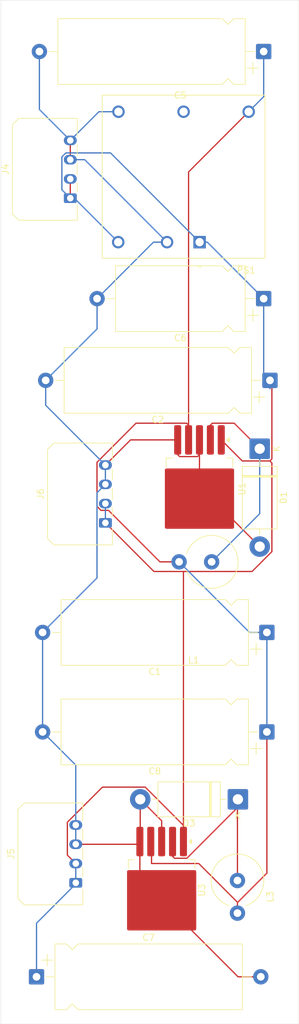
<source format=kicad_pcb>
(kicad_pcb (version 20241229) (generator "pcbnew") (generator_version "9.0")
  (layers (0 "F.Cu" signal) (2 "B.Cu" signal) (13 "F.Paste" user) (15 "B.Paste" user) (5 "F.SilkS" user "F.Silkscreen") (7 "B.SilkS" user "B.Silkscreen") (1 "F.Mask" user) (3 "B.Mask" user) (25 "Edge.Cuts" user))
  (net 0 "")
  (net 1 "GND")
  (net 2 "+5V")
  (net 3 "/Vin")
  (net 4 "Net-(D1-K)")
  (net 5 "Net-(D3-K)")
  (footprint "Capacitor_THT:CP_Axial_L29.0mm_D10.0mm_P35.00mm_Horizontal" (layer "F.Cu") (at 147.48 79.73 180)
    (property "Reference" "C2" (at 17.5 -6.12 0) (layer "F.SilkS"))
    (property "Value" "100uF")
    (fp_line (start 33.56 0) (end 32.12 0) (stroke (width 0.12)) (layer "F.SilkS"))
    (fp_line (start 32.12 -5.12) (end 32.12 5.12) (stroke (width 0.12)) (layer "F.SilkS"))
    (fp_line (start 6.48 5.12) (end 32.12 5.12) (stroke (width 0.12)) (layer "F.SilkS"))
    (fp_line (start 6.48 -5.12) (end 32.12 -5.12) (stroke (width 0.12)) (layer "F.SilkS"))
    (fp_line (start 5.58 4.22) (end 6.48 5.12) (stroke (width 0.12)) (layer "F.SilkS"))
    (fp_line (start 5.58 -4.22) (end 6.48 -5.12) (stroke (width 0.12)) (layer "F.SilkS"))
    (fp_line (start 4.68 5.12) (end 5.58 4.22) (stroke (width 0.12)) (layer "F.SilkS"))
    (fp_line (start 4.68 -5.12) (end 5.58 -4.22) (stroke (width 0.12)) (layer "F.SilkS"))
    (fp_line (start 2.88 5.12) (end 4.68 5.12) (stroke (width 0.12)) (layer "F.SilkS"))
    (fp_line (start 2.88 -5.12) (end 4.68 -5.12) (stroke (width 0.12)) (layer "F.SilkS"))
    (fp_line (start 2.88 -5.12) (end 2.88 5.12) (stroke (width 0.12)) (layer "F.SilkS"))
    (fp_line (start 1.68 -3.5) (end 1.68 -1.7) (stroke (width 0.12)) (layer "F.SilkS"))
    (fp_line (start 1.44 0) (end 2.88 0) (stroke (width 0.12)) (layer "F.SilkS"))
    (fp_line (start 0.78 -2.6) (end 2.58 -2.6) (stroke (width 0.12)) (layer "F.SilkS"))
    (pad "1" thru_hole roundrect (at 0 0 180) (size 2.4 2.4) (drill 1.2) (layers "*.Cu" "*.Mask") (roundrect_rratio 0.104167) (net 3 "/Vin"))
    (pad "2" thru_hole circle (at 35 0 180) (size 2.4 2.4) (drill 1.2) (layers "*.Cu" "*.Mask") (net 1 "GND"))
  )
  (footprint "Inductor_THT:L_Axial_L20.0mm_D8.0mm_P5.08mm_Vertical" (layer "F.Cu") (at 142.405 157.65 -90)
    (property "Reference" "L3" (at 2.54 -5.12 90) (layer "F.SilkS"))
    (property "Value" "330u")
    (fp_arc (start 3.902819 1.32) (mid -4.12 0) (end 3.902819 -1.32) (stroke (width 0.12)) (layer "F.SilkS"))
    (pad "1" thru_hole circle (at 0 0 270) (size 2.4 2.4) (drill 1.2) (layers "*.Cu" "*.Mask") (net 5 "Net-(D3-K)"))
    (pad "2" thru_hole circle (at 5.08 0 270) (size 2.4 2.4) (drill 1.2) (layers "*.Cu" "*.Mask") (net 2 "+5V"))
  )
  (footprint "Diode_THT:D_DO-201AD_P15.24mm_Horizontal" (layer "F.Cu") (at 145.88 90.385 -90)
    (property "Reference" "D1" (at 7.62 -3.72 90) (layer "F.SilkS"))
    (property "Value" "1N5822")
    (fp_line (start 1.84 0) (end 2.75 0) (stroke (width 0.12)) (layer "F.SilkS"))
    (fp_line (start 13.4 0) (end 12.49 0) (stroke (width 0.12)) (layer "F.SilkS"))
    (fp_line (start 4.175 -2.72) (end 4.175 2.72) (stroke (width 0.12)) (layer "F.SilkS"))
    (fp_line (start 4.295 -2.72) (end 4.295 2.72) (stroke (width 0.12)) (layer "F.SilkS"))
    (fp_line (start 4.415 -2.72) (end 4.415 2.72) (stroke (width 0.12)) (layer "F.SilkS"))
    (fp_rect (start 2.75 -2.72) (end 12.49 2.72) (stroke (width 0.12)) (fill no) (layer "F.SilkS"))
    (fp_text user "K" (at 0 -2.6 90) (layer "F.SilkS"))
    (pad "1" thru_hole roundrect (at 0 0 270) (size 3.2 3.2) (drill 1.6) (layers "*.Cu" "*.Mask") (roundrect_rratio 0.078125) (net 4 "Net-(D1-K)"))
    (pad "2" thru_hole circle (at 15.24 0 270) (size 3.2 3.2) (drill 1.6) (layers "*.Cu" "*.Mask") (net 1 "GND"))
  )
  (footprint "Diode_THT:D_DO-201AD_P15.24mm_Horizontal" (layer "F.Cu") (at 142.475 145 180)
    (property "Reference" "D3" (at 7.62 -3.72 0) (layer "F.SilkS"))
    (property "Value" "1N5822")
    (fp_line (start 13.4 0) (end 12.49 0) (stroke (width 0.12)) (layer "F.SilkS"))
    (fp_line (start 4.415 -2.72) (end 4.415 2.72) (stroke (width 0.12)) (layer "F.SilkS"))
    (fp_line (start 4.295 -2.72) (end 4.295 2.72) (stroke (width 0.12)) (layer "F.SilkS"))
    (fp_line (start 4.175 -2.72) (end 4.175 2.72) (stroke (width 0.12)) (layer "F.SilkS"))
    (fp_line (start 1.84 0) (end 2.75 0) (stroke (width 0.12)) (layer "F.SilkS"))
    (fp_rect (start 2.75 -2.72) (end 12.49 2.72) (stroke (width 0.12)) (fill no) (layer "F.SilkS"))
    (fp_text user "K" (at 0 -2.6 0) (layer "F.SilkS"))
    (pad "1" thru_hole roundrect (at 0 0 180) (size 3.2 3.2) (drill 1.6) (layers "*.Cu" "*.Mask") (roundrect_rratio 0.078125) (net 5 "Net-(D3-K)"))
    (pad "2" thru_hole circle (at 15.24 0 180) (size 3.2 3.2) (drill 1.6) (layers "*.Cu" "*.Mask") (net 1 "GND"))
  )
  (footprint "Capacitor_THT:CP_Axial_L29.0mm_D10.0mm_P35.00mm_Horizontal" (layer "F.Cu") (at 111.05 172.65)
    (property "Reference" "C7" (at 17.5 -6.12 0) (layer "F.SilkS"))
    (property "Value" "100uF")
    (fp_line (start 0.78 -2.6) (end 2.58 -2.6) (stroke (width 0.12)) (layer "F.SilkS"))
    (fp_line (start 1.44 0) (end 2.88 0) (stroke (width 0.12)) (layer "F.SilkS"))
    (fp_line (start 1.68 -3.5) (end 1.68 -1.7) (stroke (width 0.12)) (layer "F.SilkS"))
    (fp_line (start 2.88 -5.12) (end 2.88 5.12) (stroke (width 0.12)) (layer "F.SilkS"))
    (fp_line (start 2.88 -5.12) (end 4.68 -5.12) (stroke (width 0.12)) (layer "F.SilkS"))
    (fp_line (start 2.88 5.12) (end 4.68 5.12) (stroke (width 0.12)) (layer "F.SilkS"))
    (fp_line (start 4.68 -5.12) (end 5.58 -4.22) (stroke (width 0.12)) (layer "F.SilkS"))
    (fp_line (start 4.68 5.12) (end 5.58 4.22) (stroke (width 0.12)) (layer "F.SilkS"))
    (fp_line (start 5.58 -4.22) (end 6.48 -5.12) (stroke (width 0.12)) (layer "F.SilkS"))
    (fp_line (start 5.58 4.22) (end 6.48 5.12) (stroke (width 0.12)) (layer "F.SilkS"))
    (fp_line (start 6.48 -5.12) (end 32.12 -5.12) (stroke (width 0.12)) (layer "F.SilkS"))
    (fp_line (start 6.48 5.12) (end 32.12 5.12) (stroke (width 0.12)) (layer "F.SilkS"))
    (fp_line (start 32.12 -5.12) (end 32.12 5.12) (stroke (width 0.12)) (layer "F.SilkS"))
    (fp_line (start 33.56 0) (end 32.12 0) (stroke (width 0.12)) (layer "F.SilkS"))
    (pad "1" thru_hole roundrect (at 0 0) (size 2.4 2.4) (drill 1.2) (layers "*.Cu" "*.Mask") (roundrect_rratio 0.104167) (net 3 "/Vin"))
    (pad "2" thru_hole circle (at 35 0) (size 2.4 2.4) (drill 1.2) (layers "*.Cu" "*.Mask") (net 1 "GND"))
  )
  (footprint "Capacitor_THT:CP_Axial_L29.0mm_D10.0mm_P35.00mm_Horizontal" (layer "F.Cu") (at 147 134.5 180)
    (property "Reference" "C8" (at 17.5 -6.12 0) (layer "F.SilkS"))
    (property "Value" "330uF")
    (fp_line (start 33.56 0) (end 32.12 0) (stroke (width 0.12)) (layer "F.SilkS"))
    (fp_line (start 32.12 -5.12) (end 32.12 5.12) (stroke (width 0.12)) (layer "F.SilkS"))
    (fp_line (start 6.48 5.12) (end 32.12 5.12) (stroke (width 0.12)) (layer "F.SilkS"))
    (fp_line (start 6.48 -5.12) (end 32.12 -5.12) (stroke (width 0.12)) (layer "F.SilkS"))
    (fp_line (start 5.58 4.22) (end 6.48 5.12) (stroke (width 0.12)) (layer "F.SilkS"))
    (fp_line (start 5.58 -4.22) (end 6.48 -5.12) (stroke (width 0.12)) (layer "F.SilkS"))
    (fp_line (start 4.68 5.12) (end 5.58 4.22) (stroke (width 0.12)) (layer "F.SilkS"))
    (fp_line (start 4.68 -5.12) (end 5.58 -4.22) (stroke (width 0.12)) (layer "F.SilkS"))
    (fp_line (start 2.88 5.12) (end 4.68 5.12) (stroke (width 0.12)) (layer "F.SilkS"))
    (fp_line (start 2.88 -5.12) (end 4.68 -5.12) (stroke (width 0.12)) (layer "F.SilkS"))
    (fp_line (start 2.88 -5.12) (end 2.88 5.12) (stroke (width 0.12)) (layer "F.SilkS"))
    (fp_line (start 1.68 -3.5) (end 1.68 -1.7) (stroke (width 0.12)) (layer "F.SilkS"))
    (fp_line (start 1.44 0) (end 2.88 0) (stroke (width 0.12)) (layer "F.SilkS"))
    (fp_line (start 0.78 -2.6) (end 2.58 -2.6) (stroke (width 0.12)) (layer "F.SilkS"))
    (pad "1" thru_hole roundrect (at 0 0 180) (size 2.4 2.4) (drill 1.2) (layers "*.Cu" "*.Mask") (roundrect_rratio 0.104167) (net 2 "+5V"))
    (pad "2" thru_hole circle (at 35 0 180) (size 2.4 2.4) (drill 1.2) (layers "*.Cu" "*.Mask") (net 1 "GND"))
  )
  (footprint "customdcdc:CONV_SKMW30F-05" (layer "F.Cu") (at 134 48 180)
    (property "Reference" "PS1" (at -9.775 -14.585 0) (layer "F.SilkS"))
    (property "Value" "SKMW30F-05")
    (fp_line (start 12.7 12.7) (end 12.7 -12.7) (stroke (width 0.127)) (layer "F.SilkS"))
    (fp_line (start 12.7 -12.7) (end -12.7 -12.7) (stroke (width 0.127)) (layer "F.SilkS"))
    (fp_line (start -12.7 12.7) (end 12.7 12.7) (stroke (width 0.127)) (layer "F.SilkS"))
    (fp_line (start -12.7 -12.7) (end -12.7 12.7) (stroke (width 0.127)) (layer "F.SilkS"))
    (fp_circle (center -2.5 -14) (end -2.4 -14) (stroke (width 0.2)) (fill no) (layer "F.SilkS"))
    (pad "1" thru_hole rect (at -2.5 -10.2 180) (size 1.95 1.95) (drill 1.3) (layers "*.Cu" "*.Mask") (net 3 "/Vin"))
    (pad "2" thru_hole circle (at 2.58 -10.2 180) (size 1.95 1.95) (drill 1.3) (layers "*.Cu" "*.Mask") (net 1 "GND"))
    (pad "3" thru_hole circle (at -10.16 10.12 180) (size 1.95 1.95) (drill 1.3) (layers "*.Cu" "*.Mask") (net 2 "+5V"))
    (pad "4" thru_hole circle (at 0 10.12 180) (size 1.95 1.95) (drill 1.3) (layers "*.Cu" "*.Mask"))
    (pad "5" thru_hole circle (at 10.16 10.12 180) (size 1.95 1.95) (drill 1.3) (layers "*.Cu" "*.Mask") (net 1 "GND"))
    (pad "6" thru_hole circle (at 10.2 -10.2 180) (size 1.95 1.95) (drill 1.3) (layers "*.Cu" "*.Mask") (net 3 "/Vin"))
  )
  (footprint "customdcdc:Molex_Micro-Fit_3.0_43650-0400_1x04_P3.00mm_Horizontal" (layer "F.Cu") (at 117.175 158.005 90)
    (property "Reference" "J5" (at 4.5 -10.12 90) (layer "F.SilkS"))
    (property "Value" "Conn_01x04_Pin")
    (fp_line (start 11.435 -9.03) (end 12.435 -8.03) (stroke (width 0.12)) (layer "F.SilkS"))
    (fp_line (start -2.435 -9.03) (end 11.435 -9.03) (stroke (width 0.12)) (layer "F.SilkS"))
    (fp_line (start 12.435 -8.03) (end 12.435 1.09) (stroke (width 0.12)) (layer "F.SilkS"))
    (fp_line (start -3.435 -8.03) (end -2.435 -9.03) (stroke (width 0.12)) (layer "F.SilkS"))
    (fp_line (start 12.435 1.09) (end 9.651767 1.09) (stroke (width 0.12)) (layer "F.SilkS"))
    (fp_line (start 6.651767 1.09) (end 8.348233 1.09) (stroke (width 0.12)) (layer "F.SilkS"))
    (fp_line (start 3.651767 1.09) (end 5.348233 1.09) (stroke (width 0.12)) (layer "F.SilkS"))
    (fp_line (start 1.01 1.09) (end 2.348233 1.09) (stroke (width 0.12)) (layer "F.SilkS"))
    (fp_line (start -3.435 1.09) (end -3.435 -8.03) (stroke (width 0.12)) (layer "F.SilkS"))
    (fp_line (start -3.435 1.09) (end -1.01 1.09) (stroke (width 0.12)) (layer "F.SilkS"))
    (pad "" np_thru_hole circle (at 2.15 -4.32 90) (size 3 3) (drill 3) (layers "*.Cu" "*.Mask"))
    (pad "" np_thru_hole circle (at 6.85 -4.32 90) (size 3 3) (drill 3) (layers "*.Cu" "*.Mask"))
    (pad "1" thru_hole roundrect (at 0 0 90) (size 1.5 2.02) (drill 1.02) (layers "*.Cu" "*.Mask") (roundrect_rratio 0.166667) (net 3 "/Vin"))
    (pad "2" thru_hole oval (at 3 0 90) (size 1.5 2.02) (drill 1.02) (layers "*.Cu" "*.Mask") (net 3 "/Vin"))
    (pad "3" thru_hole oval (at 6 0 90) (size 1.5 2.02) (drill 1.02) (layers "*.Cu" "*.Mask") (net 1 "GND"))
    (pad "4" thru_hole oval (at 9 0 90) (size 1.5 2.02) (drill 1.02) (layers "*.Cu" "*.Mask") (net 1 "GND"))
  )
  (footprint "Package_TO_SOT_SMD:TO-263-5_TabPin3" (layer "F.Cu") (at 136.48 96.655 -90)
    (property "Reference" "U1" (at 0 -6.65 90) (layer "F.SilkS"))
    (property "Value" "LM2576HVS-5")
    (fp_line (start -4.825 5.2) (end -4.825 4.25) (stroke (width 0.12)) (layer "F.SilkS"))
    (fp_line (start -3.46 5.2) (end -4.825 5.2) (stroke (width 0.12)) (layer "F.SilkS"))
    (fp_line (start -4.825 -5.2) (end -4.825 -4.25) (stroke (width 0.12)) (layer "F.SilkS"))
    (fp_line (start -3.46 -5.2) (end -4.825 -5.2) (stroke (width 0.12)) (layer "F.SilkS"))
    (fp_poly (pts (xy -7.65 -4.21) (xy -7.99 -4.68) (xy -7.31 -4.68)) (stroke (width 0.12)) (fill yes) (layer "F.SilkS"))
    (pad "1" smd roundrect (at -7.65 -3.4 270) (size 4.6 1.1) (layers "F.Cu" "F.Mask" "F.Paste") (roundrect_rratio 0.227273) (net 3 "/Vin"))
    (pad "2" smd roundrect (at -7.65 -1.7 270) (size 4.6 1.1) (layers "F.Cu" "F.Mask" "F.Paste") (roundrect_rratio 0.227273) (net 4 "Net-(D1-K)"))
    (pad "3" smd roundrect (at -7.65 0 270) (size 4.6 1.1) (layers "F.Cu" "F.Mask" "F.Paste") (roundrect_rratio 0.227273) (net 1 "GND"))
    (pad "3" smd roundrect (at 1.5 0 270) (size 9.4 10.8) (layers "F.Cu" "F.Mask") (roundrect_rratio 0.026596) (net 1 "GND"))
    (pad "4" smd roundrect (at -7.65 1.7 270) (size 4.6 1.1) (layers "F.Cu" "F.Mask" "F.Paste") (roundrect_rratio 0.227273) (net 2 "+5V"))
    (pad "5" smd roundrect (at -7.65 3.4 270) (size 4.6 1.1) (layers "F.Cu" "F.Mask" "F.Paste") (roundrect_rratio 0.227273) (net 1 "GND"))
  )
  (footprint "Package_TO_SOT_SMD:TO-263-5_TabPin3" (layer "F.Cu") (at 130.58 159.23 -90)
    (property "Reference" "U3" (at -0.08 -6.275 90) (layer "F.SilkS"))
    (property "Value" "LM2576HVS-5")
    (fp_line (start -4.825 5.2) (end -4.825 4.25) (stroke (width 0.12)) (layer "F.SilkS"))
    (fp_line (start -3.46 5.2) (end -4.825 5.2) (stroke (width 0.12)) (layer "F.SilkS"))
    (fp_line (start -4.825 -5.2) (end -4.825 -4.25) (stroke (width 0.12)) (layer "F.SilkS"))
    (fp_line (start -3.46 -5.2) (end -4.825 -5.2) (stroke (width 0.12)) (layer "F.SilkS"))
    (fp_poly (pts (xy -7.65 -4.21) (xy -7.99 -4.68) (xy -7.31 -4.68)) (stroke (width 0.12)) (fill yes) (layer "F.SilkS"))
    (pad "1" smd roundrect (at -7.65 -3.4 270) (size 4.6 1.1) (layers "F.Cu" "F.Mask" "F.Paste") (roundrect_rratio 0.227273) (net 3 "/Vin"))
    (pad "2" smd roundrect (at -7.65 -1.7 270) (size 4.6 1.1) (layers "F.Cu" "F.Mask" "F.Paste") (roundrect_rratio 0.227273) (net 5 "Net-(D3-K)"))
    (pad "3" smd roundrect (at -7.65 0 270) (size 4.6 1.1) (layers "F.Cu" "F.Mask" "F.Paste") (roundrect_rratio 0.227273) (net 1 "GND"))
    (pad "3" smd roundrect (at 1.5 0 270) (size 9.4 10.8) (layers "F.Cu" "F.Mask") (roundrect_rratio 0.026596) (net 1 "GND"))
    (pad "4" smd roundrect (at -7.65 1.7 270) (size 4.6 1.1) (layers "F.Cu" "F.Mask" "F.Paste") (roundrect_rratio 0.227273) (net 2 "+5V"))
    (pad "5" smd roundrect (at -7.65 3.4 270) (size 4.6 1.1) (layers "F.Cu" "F.Mask" "F.Paste") (roundrect_rratio 0.227273) (net 1 "GND"))
  )
  (footprint "Inductor_THT:L_Axial_L20.0mm_D8.0mm_P5.08mm_Vertical" (layer "F.Cu") (at 138.38 108.005 180)
    (property "Reference" "L1" (at 2.81 -15.33 180) (layer "F.SilkS"))
    (property "Value" "330u")
    (fp_arc (start 3.902819 1.32) (mid -4.12 0) (end 3.902819 -1.32) (stroke (width 0.12)) (layer "F.SilkS"))
    (pad "1" thru_hole circle (at 0 0 180) (size 2.4 2.4) (drill 1.2) (layers "*.Cu" "*.Mask") (net 4 "Net-(D1-K)"))
    (pad "2" thru_hole circle (at 5.08 0 180) (size 2.4 2.4) (drill 1.2) (layers "*.Cu" "*.Mask") (net 2 "+5V"))
  )
  (footprint "Capacitor_THT:CP_Axial_L20.0mm_D10.0mm_P26.00mm_Horizontal" (layer "F.Cu") (at 146.5 67 180)
    (property "Reference" "C6" (at 13 -6.12 0) (layer "F.SilkS"))
    (property "Value" "680uF")
    (fp_line (start 24.56 0) (end 23.12 0) (stroke (width 0.12)) (layer "F.SilkS"))
    (fp_line (start 23.12 -5.12) (end 23.12 5.12) (stroke (width 0.12)) (layer "F.SilkS"))
    (fp_line (start 6.48 5.12) (end 23.12 5.12) (stroke (width 0.12)) (layer "F.SilkS"))
    (fp_line (start 6.48 -5.12) (end 23.12 -5.12) (stroke (width 0.12)) (layer "F.SilkS"))
    (fp_line (start 5.58 4.22) (end 6.48 5.12) (stroke (width 0.12)) (layer "F.SilkS"))
    (fp_line (start 5.58 -4.22) (end 6.48 -5.12) (stroke (width 0.12)) (layer "F.SilkS"))
    (fp_line (start 4.68 5.12) (end 5.58 4.22) (stroke (width 0.12)) (layer "F.SilkS"))
    (fp_line (start 4.68 -5.12) (end 5.58 -4.22) (stroke (width 0.12)) (layer "F.SilkS"))
    (fp_line (start 2.88 5.12) (end 4.68 5.12) (stroke (width 0.12)) (layer "F.SilkS"))
    (fp_line (start 2.88 -5.12) (end 4.68 -5.12) (stroke (width 0.12)) (layer "F.SilkS"))
    (fp_line (start 2.88 -5.12) (end 2.88 5.12) (stroke (width 0.12)) (layer "F.SilkS"))
    (fp_line (start 1.68 -3.5) (end 1.68 -1.7) (stroke (width 0.12)) (layer "F.SilkS"))
    (fp_line (start 1.44 0) (end 2.88 0) (stroke (width 0.12)) (layer "F.SilkS"))
    (fp_line (start 0.78 -2.6) (end 2.58 -2.6) (stroke (width 0.12)) (layer "F.SilkS"))
    (pad "1" thru_hole roundrect (at 0 0 180) (size 2.4 2.4) (drill 1.2) (layers "*.Cu" "*.Mask") (roundrect_rratio 0.104167) (net 3 "/Vin"))
    (pad "2" thru_hole circle (at 26 0 180) (size 2.4 2.4) (drill 1.2) (layers "*.Cu" "*.Mask") (net 1 "GND"))
  )
  (footprint "customdcdc:Molex_Micro-Fit_3.0_43650-0400_1x04_P3.00mm_Horizontal" (layer "F.Cu") (at 121.8 101.93 90)
    (property "Reference" "J6" (at 4.5 -10.12 90) (layer "F.SilkS"))
    (property "Value" "Conn_01x04_Pin")
    (fp_line (start 11.435 -9.03) (end 12.435 -8.03) (stroke (width 0.12)) (layer "F.SilkS"))
    (fp_line (start -2.435 -9.03) (end 11.435 -9.03) (stroke (width 0.12)) (layer "F.SilkS"))
    (fp_line (start 12.435 -8.03) (end 12.435 1.09) (stroke (width 0.12)) (layer "F.SilkS"))
    (fp_line (start -3.435 -8.03) (end -2.435 -9.03) (stroke (width 0.12)) (layer "F.SilkS"))
    (fp_line (start 12.435 1.09) (end 9.651767 1.09) (stroke (width 0.12)) (layer "F.SilkS"))
    (fp_line (start 6.651767 1.09) (end 8.348233 1.09) (stroke (width 0.12)) (layer "F.SilkS"))
    (fp_line (start 3.651767 1.09) (end 5.348233 1.09) (stroke (width 0.12)) (layer "F.SilkS"))
    (fp_line (start 1.01 1.09) (end 2.348233 1.09) (stroke (width 0.12)) (layer "F.SilkS"))
    (fp_line (start -3.435 1.09) (end -3.435 -8.03) (stroke (width 0.12)) (layer "F.SilkS"))
    (fp_line (start -3.435 1.09) (end -1.01 1.09) (stroke (width 0.12)) (layer "F.SilkS"))
    (pad "" np_thru_hole circle (at 2.15 -4.32 90) (size 3 3) (drill 3) (layers "*.Cu" "*.Mask"))
    (pad "" np_thru_hole circle (at 6.85 -4.32 90) (size 3 3) (drill 3) (layers "*.Cu" "*.Mask"))
    (pad "1" thru_hole roundrect (at 0 0 90) (size 1.5 2.02) (drill 1.02) (layers "*.Cu" "*.Mask") (roundrect_rratio 0.166667) (net 3 "/Vin"))
    (pad "2" thru_hole oval (at 3 0 90) (size 1.5 2.02) (drill 1.02) (layers "*.Cu" "*.Mask") (net 3 "/Vin"))
    (pad "3" thru_hole oval (at 6 0 90) (size 1.5 2.02) (drill 1.02) (layers "*.Cu" "*.Mask") (net 1 "GND"))
    (pad "4" thru_hole oval (at 9 0 90) (size 1.5 2.02) (drill 1.02) (layers "*.Cu" "*.Mask") (net 1 "GND"))
  )
  (footprint "Capacitor_THT:CP_Axial_L29.0mm_D10.0mm_P35.00mm_Horizontal" (layer "F.Cu") (at 147 119 180)
    (property "Reference" "C1" (at 17.5 -6.12 0) (layer "F.SilkS"))
    (property "Value" "330uF")
    (fp_line (start 33.56 0) (end 32.12 0) (stroke (width 0.12)) (layer "F.SilkS"))
    (fp_line (start 32.12 -5.12) (end 32.12 5.12) (stroke (width 0.12)) (layer "F.SilkS"))
    (fp_line (start 6.48 5.12) (end 32.12 5.12) (stroke (width 0.12)) (layer "F.SilkS"))
    (fp_line (start 6.48 -5.12) (end 32.12 -5.12) (stroke (width 0.12)) (layer "F.SilkS"))
    (fp_line (start 5.58 4.22) (end 6.48 5.12) (stroke (width 0.12)) (layer "F.SilkS"))
    (fp_line (start 5.58 -4.22) (end 6.48 -5.12) (stroke (width 0.12)) (layer "F.SilkS"))
    (fp_line (start 4.68 5.12) (end 5.58 4.22) (stroke (width 0.12)) (layer "F.SilkS"))
    (fp_line (start 4.68 -5.12) (end 5.58 -4.22) (stroke (width 0.12)) (layer "F.SilkS"))
    (fp_line (start 2.88 5.12) (end 4.68 5.12) (stroke (width 0.12)) (layer "F.SilkS"))
    (fp_line (start 2.88 -5.12) (end 4.68 -5.12) (stroke (width 0.12)) (layer "F.SilkS"))
    (fp_line (start 2.88 -5.12) (end 2.88 5.12) (stroke (width 0.12)) (layer "F.SilkS"))
    (fp_line (start 1.68 -3.5) (end 1.68 -1.7) (stroke (width 0.12)) (layer "F.SilkS"))
    (fp_line (start 1.44 0) (end 2.88 0) (stroke (width 0.12)) (layer "F.SilkS"))
    (fp_line (start 0.78 -2.6) (end 2.58 -2.6) (stroke (width 0.12)) (layer "F.SilkS"))
    (pad "1" thru_hole roundrect (at 0 0 180) (size 2.4 2.4) (drill 1.2) (layers "*.Cu" "*.Mask") (roundrect_rratio 0.104167) (net 2 "+5V"))
    (pad "2" thru_hole circle (at 35 0 180) (size 2.4 2.4) (drill 1.2) (layers "*.Cu" "*.Mask") (net 1 "GND"))
  )
  (footprint "customdcdc:Molex_Micro-Fit_3.0_43650-0400_1x04_P3.00mm_Horizontal" (layer "F.Cu") (at 116.32 51.35 90)
    (property "Reference" "J4" (at 4.5 -10.12 90) (layer "F.SilkS"))
    (property "Value" "Conn_01x04_Pin")
    (fp_line (start 11.435 -9.03) (end 12.435 -8.03) (stroke (width 0.12)) (layer "F.SilkS"))
    (fp_line (start -2.435 -9.03) (end 11.435 -9.03) (stroke (width 0.12)) (layer "F.SilkS"))
    (fp_line (start 12.435 -8.03) (end 12.435 1.09) (stroke (width 0.12)) (layer "F.SilkS"))
    (fp_line (start -3.435 -8.03) (end -2.435 -9.03) (stroke (width 0.12)) (layer "F.SilkS"))
    (fp_line (start 12.435 1.09) (end 9.651767 1.09) (stroke (width 0.12)) (layer "F.SilkS"))
    (fp_line (start 6.651767 1.09) (end 8.348233 1.09) (stroke (width 0.12)) (layer "F.SilkS"))
    (fp_line (start 3.651767 1.09) (end 5.348233 1.09) (stroke (width 0.12)) (layer "F.SilkS"))
    (fp_line (start 1.01 1.09) (end 2.348233 1.09) (stroke (width 0.12)) (layer "F.SilkS"))
    (fp_line (start -3.435 1.09) (end -3.435 -8.03) (stroke (width 0.12)) (layer "F.SilkS"))
    (fp_line (start -3.435 1.09) (end -1.01 1.09) (stroke (width 0.12)) (layer "F.SilkS"))
    (pad "" np_thru_hole circle (at 2.15 -4.32 90) (size 3 3) (drill 3) (layers "*.Cu" "*.Mask"))
    (pad "" np_thru_hole circle (at 6.85 -4.32 90) (size 3 3) (drill 3) (layers "*.Cu" "*.Mask"))
    (pad "1" thru_hole roundrect (at 0 0 90) (size 1.5 2.02) (drill 1.02) (layers "*.Cu" "*.Mask") (roundrect_rratio 0.166667) (net 3 "/Vin"))
    (pad "2" thru_hole oval (at 3 0 90) (size 1.5 2.02) (drill 1.02) (layers "*.Cu" "*.Mask") (net 3 "/Vin"))
    (pad "3" thru_hole oval (at 6 0 90) (size 1.5 2.02) (drill 1.02) (layers "*.Cu" "*.Mask") (net 1 "GND"))
    (pad "4" thru_hole oval (at 9 0 90) (size 1.5 2.02) (drill 1.02) (layers "*.Cu" "*.Mask") (net 1 "GND"))
  )
  (footprint "Capacitor_THT:CP_Axial_L29.0mm_D10.0mm_P35.00mm_Horizontal" (layer "F.Cu") (at 146.5 28.5 180)
    (property "Reference" "C5" (at 13 -6.82 0) (layer "F.SilkS"))
    (property "Value" "220uF")
    (fp_line (start 33.56 0) (end 32.12 0) (stroke (width 0.12)) (layer "F.SilkS"))
    (fp_line (start 32.12 -5.12) (end 32.12 5.12) (stroke (width 0.12)) (layer "F.SilkS"))
    (fp_line (start 6.48 5.12) (end 32.12 5.12) (stroke (width 0.12)) (layer "F.SilkS"))
    (fp_line (start 6.48 -5.12) (end 32.12 -5.12) (stroke (width 0.12)) (layer "F.SilkS"))
    (fp_line (start 5.58 4.22) (end 6.48 5.12) (stroke (width 0.12)) (layer "F.SilkS"))
    (fp_line (start 5.58 -4.22) (end 6.48 -5.12) (stroke (width 0.12)) (layer "F.SilkS"))
    (fp_line (start 4.68 5.12) (end 5.58 4.22) (stroke (width 0.12)) (layer "F.SilkS"))
    (fp_line (start 4.68 -5.12) (end 5.58 -4.22) (stroke (width 0.12)) (layer "F.SilkS"))
    (fp_line (start 2.88 5.12) (end 4.68 5.12) (stroke (width 0.12)) (layer "F.SilkS"))
    (fp_line (start 2.88 -5.12) (end 4.68 -5.12) (stroke (width 0.12)) (layer "F.SilkS"))
    (fp_line (start 2.88 -5.12) (end 2.88 5.12) (stroke (width 0.12)) (layer "F.SilkS"))
    (fp_line (start 1.68 -3.5) (end 1.68 -1.7) (stroke (width 0.12)) (layer "F.SilkS"))
    (fp_line (start 1.44 0) (end 2.88 0) (stroke (width 0.12)) (layer "F.SilkS"))
    (fp_line (start 0.78 -2.6) (end 2.58 -2.6) (stroke (width 0.12)) (layer "F.SilkS"))
    (pad "1" thru_hole roundrect (at 0 0 180) (size 2.4 2.4) (drill 1.2) (layers "*.Cu" "*.Mask") (roundrect_rratio 0.104167) (net 2 "+5V"))
    (pad "2" thru_hole circle (at 35 0 180) (size 2.4 2.4) (drill 1.2) (layers "*.Cu" "*.Mask") (net 1 "GND"))
  )
  (gr_rect (start 105.5 20.5) (end 152 180) (stroke (width 0.05)) (fill no) (layer "Edge.Cuts"))
  (segment (start 127.235 145) (end 130.58 148.345) (width 0.2) (layer "F.Cu") (net 1))
  (segment (start 130.58 148.345) (end 130.58 151.58) (width 0.2) (layer "F.Cu") (net 1))
  (segment (start 117.175 152.005) (end 126.755 152.005) (width 0.2) (layer "F.Cu") (net 1))
  (segment (start 126.755 152.005) (end 127.18 151.58) (width 0.2) (layer "F.Cu") (net 1))
  (segment (start 127.18 157.33) (end 130.58 160.73) (width 0.2) (layer "F.Cu") (net 1))
  (segment (start 133.08 91.305) (end 133.08 89.005) (width 0.2) (layer "F.Cu") (net 1))
  (segment (start 116.32 45.35) (end 116.32 42.35) (width 0.2) (layer "F.Cu") (net 1))
  (segment (start 138.41 98.155) (end 136.48 98.155) (width 0.2) (layer "F.Cu") (net 1))
  (segment (start 136.48 89.005) (end 136.48 98.155) (width 0.2) (layer "F.Cu") (net 1))
  (segment (start 133.381 91.606) (end 133.08 91.305) (width 0.2) (layer "F.Cu") (net 1))
  (segment (start 127.18 151.58) (end 127.18 151.32) (width 0.2) (layer "F.Cu") (net 1))
  (segment (start 127.235 151.265) (end 127.235 145) (width 0.2) (layer "F.Cu") (net 1))
  (segment (start 146.05 172.65) (end 142.5 172.65) (width 0.2) (layer "F.Cu") (net 1))
  (segment (start 125.725 89.005) (end 121.8 92.93) (width 0.2) (layer "F.Cu") (net 1))
  (segment (start 136.179 91.606) (end 133.381 91.606) (width 0.2) (layer "F.Cu") (net 1))
  (segment (start 133.08 89.005) (end 125.725 89.005) (width 0.2) (layer "F.Cu") (net 1))
  (segment (start 136.48 89.005) (end 136.48 91.305) (width 0.2) (layer "F.Cu") (net 1))
  (segment (start 145.88 105.625) (end 138.41 98.155) (width 0.2) (layer "F.Cu") (net 1))
  (segment (start 127.18 151.58) (end 127.18 157.33) (width 0.2) (layer "F.Cu") (net 1))
  (segment (start 136.48 91.305) (end 136.179 91.606) (width 0.2) (layer "F.Cu") (net 1))
  (segment (start 142.5 172.65) (end 130.58 160.73) (width 0.2) (layer "F.Cu") (net 1))
  (segment (start 127.18 151.32) (end 127.235 151.265) (width 0.2) (layer "F.Cu") (net 1))
  (segment (start 121.8 95.93) (end 121.8 92.93) (width 0.2) (layer "B.Cu") (net 1))
  (segment (start 129.3 58.2) (end 131.42 58.2) (width 0.2) (layer "B.Cu") (net 1))
  (segment (start 120.79 37.88) (end 116.32 42.35) (width 0.2) (layer "B.Cu") (net 1))
  (segment (start 112.48 79.73) (end 112.48 83.61) (width 0.2) (layer "B.Cu") (net 1))
  (segment (start 131.42 58.2) (end 118.57 45.35) (width 0.2) (layer "B.Cu") (net 1))
  (segment (start 111.5 28.5) (end 111.5 37.53) (width 0.2) (layer "B.Cu") (net 1))
  (segment (start 117.175 139.675) (end 117.175 149.005) (width 0.2) (layer "B.Cu") (net 1))
  (segment (start 111.5 37.53) (end 116.32 42.35) (width 0.2) (layer "B.Cu") (net 1))
  (segment (start 112.48 83.61) (end 121.8 92.93) (width 0.2) (layer "B.Cu") (net 1))
  (segment (start 118.57 45.35) (end 116.32 45.35) (width 0.2) (layer "B.Cu") (net 1))
  (segment (start 123.84 37.88) (end 120.79 37.88) (width 0.2) (layer "B.Cu") (net 1))
  (segment (start 112 119) (end 120.489 110.511) (width 0.2) (layer "B.Cu") (net 1))
  (segment (start 112 119) (end 112 134) (width 0.2) (layer "B.Cu") (net 1))
  (segment (start 120.5 67) (end 120.5 71.71) (width 0.2) (layer "B.Cu") (net 1))
  (segment (start 117.175 149.005) (end 117.175 152.005) (width 0.2) (layer "B.Cu") (net 1))
  (segment (start 112.5 134) (end 112 134.5) (width 0.2) (layer "B.Cu") (net 1))
  (segment (start 120.489 110.511) (end 120.489 97.241) (width 0.2) (layer "B.Cu") (net 1))
  (segment (start 112 134.5) (end 117.175 139.675) (width 0.2) (layer "B.Cu") (net 1))
  (segment (start 120.5 67) (end 129.3 58.2) (width 0.2) (layer "B.Cu") (net 1))
  (segment (start 120.5 71.71) (end 112.48 79.73) (width 0.2) (layer "B.Cu") (net 1))
  (segment (start 120.489 97.241) (end 121.8 95.93) (width 0.2) (layer "B.Cu") (net 1))
  (segment (start 142.405 161.032944) (end 136.372056 155) (width 0.2) (layer "F.Cu") (net 2))
  (segment (start 147 156.5) (end 147 134.5) (width 0.2) (layer "F.Cu") (net 2))
  (segment (start 142.405 161.095) (end 147 156.5) (width 0.2) (layer "F.Cu") (net 2))
  (segment (start 134.78 86.705) (end 134.78 89.005) (width 0.2) (layer "F.Cu") (net 2))
  (segment (start 130.3079 108.005) (end 122.2839 99.981) (width 0.2) (layer "F.Cu") (net 2))
  (segment (start 120.489 99.365338) (end 120.489 92.494662) (width 0.2) (layer "F.Cu") (net 2))
  (segment (start 134.78 89.005) (end 134.78 47.26) (width 0.2) (layer "F.Cu") (net 2))
  (segment (start 129 153.13616) (end 128.88 153.01616) (width 0.2) (layer "F.Cu") (net 2))
  (segment (start 136.372056 155) (end 129 155) (width 0.2) (layer "F.Cu") (net 2))
  (segment (start 126.579662 86.404) (end 134.479 86.404) (width 0.2) (layer "F.Cu") (net 2))
  (segment (start 121.104662 99.981) (end 120.489 99.365338) (width 0.2) (layer "F.Cu") (net 2))
  (segment (start 120.489 92.494662) (end 126.579662 86.404) (width 0.2) (layer "F.Cu") (net 2))
  (segment (start 142.405 161.095) (end 142.405 161.032944) (width 0.2) (layer "F.Cu") (net 2))
  (segment (start 128.88 153.01616) (end 128.88 151.58) (width 0.2) (layer "F.Cu") (net 2))
  (segment (start 134.479 86.404) (end 134.78 86.705) (width 0.2) (layer "F.Cu") (net 2))
  (segment (start 133.3 108.005) (end 130.3079 108.005) (width 0.2) (layer "F.Cu") (net 2))
  (segment (start 134.78 47.26) (end 144.16 37.88) (width 0.2) (layer "F.Cu") (net 2))
  (segment (start 129 155) (end 129 153.13616) (width 0.2) (layer "F.Cu") (net 2))
  (segment (start 122.2839 99.981) (end 121.104662 99.981) (width 0.2) (layer "F.Cu") (net 2))
  (segment (start 142.405 162.73) (end 142.405 161.095) (width 0.2) (layer "F.Cu") (net 2))
  (segment (start 147 119) (end 147 134.5) (width 0.2) (layer "B.Cu") (net 2))
  (segment (start 146.5 35.54) (end 144.16 37.88) (width 0.2) (layer "B.Cu") (net 2))
  (segment (start 144.295 119) (end 133.3 108.005) (width 0.2) (layer "B.Cu") (net 2))
  (segment (start 146.5 28.5) (end 146.5 35.54) (width 0.2) (layer "B.Cu") (net 2))
  (segment (start 147 119) (end 144.295 119) (width 0.2) (layer "B.Cu") (net 2))
  (segment (start 133.98 151.58) (end 133.98 109.526) (width 0.2) (layer "F.Cu") (net 3))
  (segment (start 116.32 51.35) (end 116.32 48.35) (width 0.2) (layer "F.Cu") (net 3))
  (segment (start 147.781 92.60184) (end 147.781 106.41242) (width 0.2) (layer "F.Cu") (net 3))
  (segment (start 121.334662 143.099) (end 128.02242 143.099) (width 0.2) (layer "F.Cu") (net 3))
  (segment (start 147.781 80.031) (end 147.48 79.73) (width 0.2) (layer "F.Cu") (net 3))
  (segment (start 117.175 155.005) (end 115.864 153.694) (width 0.2) (layer "F.Cu") (net 3))
  (segment (start 133.98 149.05658) (end 133.98 151.58) (width 0.2) (layer "F.Cu") (net 3))
  (segment (start 147.46516 92.286) (end 147.781 91.97016) (width 0.2) (layer "F.Cu") (net 3))
  (segment (start 128.02242 143.099) (end 133.98 149.05658) (width 0.2) (layer "F.Cu") (net 3))
  (segment (start 129.376 109.506) (end 121.8 101.93) (width 0.2) (layer "F.Cu") (net 3))
  (segment (start 115.864 148.569662) (end 121.334662 143.099) (width 0.2) (layer "F.Cu") (net 3))
  (segment (start 147.781 91.97016) (end 147.781 80.031) (width 0.2) (layer "F.Cu") (net 3))
  (segment (start 147.46516 92.286) (end 147.781 92.60184) (width 0.2) (layer "F.Cu") (net 3))
  (segment (start 139.88 89.005) (end 139.88 87.56884) (width 0.2) (layer "F.Cu") (net 3))
  (segment (start 115.864 153.694) (end 115.864 148.569662) (width 0.2) (layer "F.Cu") (net 3))
  (segment (start 144.68742 109.506) (end 134 109.506) (width 0.2) (layer "F.Cu") (net 3))
  (segment (start 147.781 106.41242) (end 144.68742 109.506) (width 0.2) (layer "F.Cu") (net 3))
  (segment (start 143.161 92.286) (end 147.46516 92.286) (width 0.2) (layer "F.Cu") (net 3))
  (segment (start 134 109.506) (end 129.376 109.506) (width 0.2) (layer "F.Cu") (net 3))
  (segment (start 133.98 109.526) (end 134 109.506) (width 0.2) (layer "F.Cu") (net 3))
  (segment (start 139.88 89.005) (end 143.161 92.286) (width 0.2) (layer "F.Cu") (net 3))
  (segment (start 115.009 50.039) (end 116.32 51.35) (width 0.2) (layer "B.Cu") (net 3))
  (segment (start 121.8 98.93) (end 121.8 101.93) (width 0.2) (layer "B.Cu") (net 3))
  (segment (start 115.624662 44.299) (end 115.009 44.914662) (width 0.2) (layer "B.Cu") (net 3))
  (segment (start 115.009 44.914662) (end 115.009 50.039) (width 0.2) (layer "B.Cu") (net 3))
  (segment (start 137.7 58.2) (end 146.5 67) (width 0.2) (layer "B.Cu") (net 3))
  (segment (start 122.599 44.299) (end 115.624662 44.299) (width 0.2) (layer "B.Cu") (net 3))
  (segment (start 117.175 155.005) (end 117.175 158.005) (width 0.2) (layer "B.Cu") (net 3))
  (segment (start 111.05 164.3) (end 111.05 172.65) (width 0.2) (layer "B.Cu") (net 3))
  (segment (start 136.5 58.2) (end 137.7 58.2) (width 0.2) (layer "B.Cu") (net 3))
  (segment (start 116.95 51.35) (end 123.8 58.2) (width 0.2) (layer "B.Cu") (net 3))
  (segment (start 116.32 51.35) (end 116.95 51.35) (width 0.2) (layer "B.Cu") (net 3))
  (segment (start 117.175 158.005) (end 117.175 158.175) (width 0.2) (layer "B.Cu") (net 3))
  (segment (start 136.5 58.2) (end 122.599 44.299) (width 0.2) (layer "B.Cu") (net 3))
  (segment (start 117.175 158.175) (end 111.05 164.3) (width 0.2) (layer "B.Cu") (net 3))
  (segment (start 146.5 78.75) (end 147.48 79.73) (width 0.2) (layer "B.Cu") (net 3))
  (segment (start 146.5 67) (end 146.5 78.75) (width 0.2) (layer "B.Cu") (net 3))
  (segment (start 147.48 79.73) (end 147.48 81.02) (width 0.2) (layer "B.Cu") (net 3))
  (segment (start 141.899 86.404) (end 145.88 90.385) (width 0.2) (layer "F.Cu") (net 4))
  (segment (start 144.659 91.606) (end 145.88 90.385) (width 0.2) (layer "F.Cu") (net 4))
  (segment (start 138.18 86.705) (end 138.481 86.404) (width 0.2) (layer "F.Cu") (net 4))
  (segment (start 138.481 86.404) (end 141.899 86.404) (width 0.2) (layer "F.Cu") (net 4))
  (segment (start 138.18 89.005) (end 138.18 86.705) (width 0.2) (layer "F.Cu") (net 4))
  (segment (start 145.88 100.505) (end 145.88 90.385) (width 0.2) (layer "B.Cu") (net 4))
  (segment (start 138.38 108.005) (end 145.88 100.505) (width 0.2) (layer "B.Cu") (net 4))
  (segment (start 132.28 151.58) (end 132.28 153.88) (width 0.2) (layer "F.Cu") (net 5))
  (segment (start 134.51516 154.181) (end 142.475 146.22116) (width 0.2) (layer "F.Cu") (net 5))
  (segment (start 142.475 146.22116) (end 142.475 145) (width 0.2) (layer "F.Cu") (net 5))
  (segment (start 142.405 145.07) (end 142.475 145) (width 0.2) (layer "F.Cu") (net 5))
  (segment (start 132.28 153.88) (end 132.581 154.181) (width 0.2) (layer "F.Cu") (net 5))
  (segment (start 142.405 157.65) (end 142.405 145.07) (width 0.2) (layer "F.Cu") (net 5))
  (segment (start 132.581 154.181) (end 134.51516 154.181) (width 0.2) (layer "F.Cu") (net 5))
)
</source>
